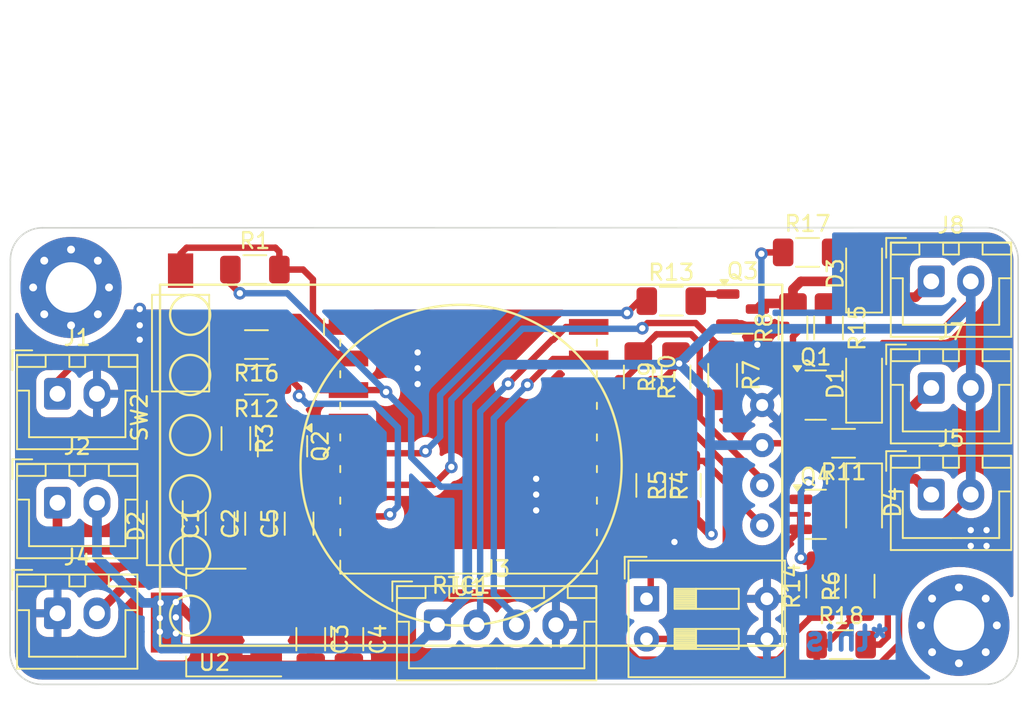
<source format=kicad_pcb>
(kicad_pcb (version 20240108) (generator "pcbnew") (generator_version "8.0")
  (layers (0 "F.Cu" signal) (31 "B.Cu" signal) (34 "B.Paste" user) (35 "F.Paste" user) (36 "B.SilkS" user "B.Silkscreen") (37 "F.SilkS" user "F.Silkscreen") (38 "B.Mask" user) (39 "F.Mask" user) (44 "Edge.Cuts" user))
  (net 0 "")
  (net 1 "+5V")
  (net 2 "GND")
  (net 3 "+3V3")
  (net 4 "/A0")
  (net 5 "/IO16")
  (net 6 "/TX")
  (net 7 "/RX")
  (net 8 "/RESET")
  (net 9 "/IO00")
  (net 10 "/IO02")
  (net 11 "/IO14")
  (net 12 "/IO13")
  (net 13 "/IO12")
  (net 14 "/IO15")
  (net 15 "/SCK")
  (net 16 "/SDA")
  (net 17 "Net-(Q1-B)")
  (net 18 "Net-(Q2-B)")
  (net 19 "Net-(Q3-B)")
  (net 20 "Net-(Q4-B)")
  (net 21 "Net-(D1-K)")
  (net 22 "Net-(D1-A)")
  (net 23 "Net-(D2-A)")
  (net 24 "Net-(D2-K)")
  (net 25 "Net-(D3-A)")
  (net 26 "Net-(D3-K)")
  (net 27 "Net-(D4-K)")
  (net 28 "Net-(D4-A)")
  (footprint "Resistor_SMD:R_1206_3216Metric_Pad1.30x1.75mm_HandSolder" (layer "F.Cu") (at 65.757 191.7814 90)
    (property "Reference" "R6")
    (property "Value" "10k")
  )
  (footprint "Resistor_SMD:R_1206_3216Metric_Pad1.30x1.75mm_HandSolder" (layer "F.Cu") (at 63.757 175.4314 -90)
    (property "Reference" "R15")
    (property "Value" "470")
  )
  (footprint "Resistor_SMD:R_1206_3216Metric_Pad1.30x1.75mm_HandSolder" (layer "F.Cu") (at 64.557 195.4814)
    (property "Reference" "R18")
    (property "Value" "470")
  )
  (footprint "MountingHole:MountingHole_3.2mm_M3_Pad_Via" (layer "F.Cu") (at 72.007 194.261761)
    (property "Reference" "REF**" (hide yes))
    (property "Value" "MountingHole_3.2mm_M3_Pad_Via" (hide yes))
  )
  (footprint "Connector_JST:JST_XH_B2B-XH-A_1x02_P2.50mm_Vertical" (layer "F.Cu") (at 14.9676 186.4977)
    (property "Reference" "J2")
    (property "Value" "SSR")
  )
  (footprint "MountingHole:MountingHole_3.2mm_M3_Pad_Via" (layer "F.Cu") (at 15.827233 172.866074)
    (property "Reference" "REF**" (hide yes))
    (property "Value" "MountingHole_3.2mm_M3_Pad_Via" (hide yes))
  )
  (footprint "Button_Switch_SMD:SW_SPST_FSMSM" (layer "F.Cu") (at 22.757 176.3914 90)
    (property "Reference" "SW2")
    (property "Value" "RESET")
  )
  (footprint "Capacitor_SMD:C_1206_3216Metric_Pad1.33x1.80mm_HandSolder" (layer "F.Cu") (at 25.257 187.8214 90)
    (property "Reference" "C1")
    (property "Value" "100n")
  )
  (footprint "Resistor_SMD:R_1206_3216Metric_Pad1.30x1.75mm_HandSolder" (layer "F.Cu") (at 53.807 173.7314)
    (property "Reference" "R13")
    (property "Value" "1k")
  )
  (footprint "Resistor_SMD:R_1206_3216Metric_Pad1.30x1.75mm_HandSolder" (layer "F.Cu") (at 26.257 182.4314 -90)
    (property "Reference" "R3")
    (property "Value" "10k")
  )
  (footprint "Package_TO_SOT_SMD:SOT-23" (layer "F.Cu") (at 62.9445 179.6814)
    (property "Reference" "Q1")
    (property "Value" "MMBT3904" (hide yes))
  )
  (footprint "Resistor_SMD:R_1206_3216Metric_Pad1.30x1.75mm_HandSolder" (layer "F.Cu") (at 63.257 191.7814 90)
    (property "Reference" "R14")
    (property "Value" "1k")
  )
  (footprint "Capacitor_SMD:C_1206_3216Metric_Pad1.33x1.80mm_HandSolder" (layer "F.Cu") (at 33.4068 195.1374 -90)
    (property "Reference" "C4")
    (property "Value" "100n")
  )
  (footprint "Resistor_SMD:R_1206_3216Metric_Pad1.30x1.75mm_HandSolder" (layer "F.Cu") (at 27.557 176.4814 180)
    (property "Reference" "R16")
    (property "Value" "470")
  )
  (footprint "Capacitor_SMD:C_1206_3216Metric_Pad1.33x1.80mm_HandSolder" (layer "F.Cu") (at 30.257 187.8214 90)
    (property "Reference" "C5")
    (property "Value" "100n")
  )
  (footprint "Resistor_SMD:R_1206_3216Metric_Pad1.30x1.75mm_HandSolder" (layer "F.Cu") (at 51.7202 178.5363 -90)
    (property "Reference" "R10")
    (property "Value" "10k")
  )
  (footprint "ESP8266:ESP-07-RF_Modules" (layer "F.Cu") (at 40.9814 180.2631)
    (property "Reference" "U1")
    (property "Value" "ESP-07")
  )
  (footprint "Connector_JST:JST_XH_B2B-XH-A_1x02_P2.50mm_Vertical" (layer "F.Cu") (at 70.257 179.2314)
    (property "Reference" "J7")
    (property "Value" "SSR")
  )
  (footprint "Connector_JST:JST_XH_B2B-XH-A_1x02_P2.50mm_Vertical" (layer "F.Cu") (at 14.9676 179.5977)
    (property "Reference" "J1")
    (property "Value" "Analog Input")
  )
  (footprint "Connector_JST:JST_XH_B2B-XH-A_1x02_P2.50mm_Vertical" (layer "F.Cu") (at 70.257 172.4814)
    (property "Reference" "J8")
    (property "Value" "SSR")
  )
  (footprint "LED_SMD:LED_1206_3216Metric_Pad1.42x1.75mm_HandSolder" (layer "F.Cu") (at 21.757 187.9939 90)
    (property "Reference" "D2")
    (property "Value" "LED")
  )
  (footprint "Connector_JST:JST_XH_B2B-XH-A_1x02_P2.50mm_Vertical" (layer "F.Cu") (at 14.9676 193.4977)
    (property "Reference" "J4")
    (property "Value" "5Vin")
  )
  (footprint "Resistor_SMD:R_1206_3216Metric_Pad1.30x1.75mm_HandSolder" (layer "F.Cu") (at 61.507 175.4314 90)
    (property "Reference" "R8")
    (property "Value" "10k")
  )
  (footprint "Package_TO_SOT_SMD:SOT-223-3_TabPin2" (layer "F.Cu") (at 25.0248 194.0829 180)
    (property "Reference" "U2")
    (property "Value" "AMS1117-3.3")
  )
  (footprint "Resistor_SMD:R_1206_3216Metric_Pad1.30x1.75mm_HandSolder" (layer "F.Cu") (at 64.707 182.7314 180)
    (property "Reference" "R11")
    (property "Value" "10k")
  )
  (footprint "LED_SMD:LED_1206_3216Metric_Pad1.42x1.75mm_HandSolder" (layer "F.Cu") (at 66.007 171.9939 90)
    (property "Reference" "D3")
    (property "Value" "LED")
  )
  (footprint "Connector_JST:JST_XH_B4B-XH-A_1x04_P2.50mm_Vertical" (layer "F.Cu") (at 39.007 194.2314)
    (property "Reference" "J3")
    (property "Value" "Serial")
  )
  (footprint "megasaturnv_custom_components:RTC_DS3231" (layer "F.Cu") (at 21.457 172.6914)
    (property "Reference" "RTC1")
    (property "Value" "RTC_DS3231")
  )
  (footprint "Resistor_SMD:R_1206_3216Metric_Pad1.30x1.75mm_HandSolder" (layer "F.Cu") (at 54.1078 178.5375 90)
    (property "Reference" "R9")
    (property "Value" "10k")
  )
  (footprint "Package_TO_SOT_SMD:SOT-23" (layer "F.Cu") (at 62.9445 187.2314)
    (property "Reference" "Q4")
    (property "Value" "MMBT3904" (hide yes))
  )
  (footprint "Resistor_SMD:R_1206_3216Metric_Pad1.30x1.75mm_HandSolder" (layer "F.Cu") (at 62.435036 170.645206)
    (property "Reference" "R17")
    (property "Value" "470")
  )
  (footprint "Resistor_SMD:R_1206_3216Metric_Pad1.30x1.75mm_HandSolder" (layer "F.Cu") (at 27.457 171.7314)
    (property "Reference" "R1")
    (property "Value" "10k")
  )
  (footprint "Connector_JST:JST_XH_B2B-XH-A_1x02_P2.50mm_Vertical" (layer "F.Cu") (at 70.257 185.9814)
    (property "Reference" "J5")
    (property "Value" "SSR")
  )
  (footprint "Capacitor_SMD:C_1206_3216Metric_Pad1.33x1.80mm_HandSolder" (layer "F.Cu") (at 30.9938 195.1374 -90)
    (property "Reference" "C3")
    (property "Value" "1u")
  )
  (footprint "LED_SMD:LED_1206_3216Metric_Pad1.42x1.75mm_HandSolder" (layer "F.Cu") (at 66.007 186.4689 -90)
    (property "Reference" "D4")
    (property "Value" "LED")
  )
  (footprint "Resistor_SMD:R_1206_3216Metric_Pad1.30x1.75mm_HandSolder" (layer "F.Cu") (at 27.557 178.7314 180)
    (property "Reference" "R12")
    (property "Value" "1k")
  )
  (footprint "Resistor_SMD:R_1206_3216Metric_Pad1.30x1.75mm_HandSolder" (layer "F.Cu") (at 52.507 185.3967 -90)
    (property "Reference" "R4")
    (property "Value" "4.7k")
  )
  (footprint "Resistor_SMD:R_1206_3216Metric_Pad1.30x1.75mm_HandSolder" (layer "F.Cu") (at 57.057 178.4314 -90)
    (property "Reference" "R7")
    (property "Value" "1k")
  )
  (footprint "Resistor_SMD:R_1206_3216Metric_Pad1.30x1.75mm_HandSolder" (layer "F.Cu") (at 54.757 185.3967 90)
    (property "Reference" "R5")
    (property "Value" "4.7k")
  )
  (footprint "Capacitor_SMD:C_1206_3216Metric_Pad1.33x1.80mm_HandSolder" (layer "F.Cu") (at 27.757 187.8214 90)
    (property "Reference" "C2")
    (property "Value" "10u")
  )
  (footprint "Button_Switch_THT:SW_DIP_SPSTx02_Slide_9.78x7.26mm_W7.62mm_P2.54mm" (layer "F.Cu") (at 52.2395 192.5814)
    (property "Reference" "SW1" (hide yes))
    (property "Value" "Boot Mode")
  )
  (footprint "Package_TO_SOT_SMD:SOT-23" (layer "F.Cu") (at 58.3195 174.2314)
    (property "Reference" "Q3")
    (property "Value" "MMBT3904" (hide yes))
  )
  (footprint "LED_SMD:LED_1206_3216Metric_Pad1.42x1.75mm_HandSolder" (layer "F.Cu") (at 66.007 178.9689 90)
    (property "Reference" "D1")
    (property "Value" "LED")
  )
  (footprint "Package_TO_SOT_SMD:SOT-23" (layer "F.Cu") (at 29.207 182.9189 -90)
    (property "Reference" "Q2")
    (property "Value" "MMBT3904")
  )
  (gr_line (start 75.758079 195.960859) (end 75.75592 171.1047) (stroke (width 0.1)) (layer "Edge.Cuts"))
  (gr_line (start 73.726079 197.992859) (end 13.997933 198.001397) (stroke (width 0.1)) (layer "Edge.Cuts"))
  (gr_line (start 11.987362 171.121063) (end 11.965933 195.969397) (stroke (width 0.1)) (layer "Edge.Cuts"))
  (gr_line (start 73.72392 169.0727) (end 14.019362 169.089063) (stroke (width 0.1)) (layer "Edge.Cuts"))
  (gr_arc (start 73.72392 169.0727) (mid 75.160748 169.667866) (end 75.75592 171.1047) (stroke (width 0.1)) (layer "Edge.Cuts"))
  (gr_arc (start 11.987362 171.121063) (mid 12.582521 169.684223) (end 14.019362 169.089063) (stroke (width 0.1)) (layer "Edge.Cuts"))
  (gr_arc (start 13.997933 198.001397) (mid 12.561092 197.406238) (end 11.965933 195.969397) (stroke (width 0.1)) (layer "Edge.Cuts"))
  (gr_arc (start 75.758079 195.960859) (mid 75.162933 197.397719) (end 73.726079 197.992859) (stroke (width 0.1)) (layer "Edge.Cuts"))
  (gr_text "*this\n" (at 67.757 195.9814 0) (layer "B.Cu") (effects (font (size 1.5 1.5) (thickness 0.3) (bold yes)) (justify left bottom mirror)))
  (segment (start 28.1748 189.8017) (end 27.757 189.3839) (width 0.6096) (layer "F.Cu") (net 1))
  (segment (start 25.6712 191.7829) (end 25.4616 191.5733) (width 0.6096) (layer "F.Cu") (net 1))
  (segment (start 27.757 189.3839) (end 25.257 189.3839) (width 0.6096) (layer "F.Cu") (net 1))
  (segment (start 28.1748 191.7829) (end 25.6712 191.7829) (width 0.6096) (layer "F.Cu") (net 1))
  (segment (start 19.392 191.5733) (end 17.4676 193.4977) (width 0.6096) (layer "F.Cu") (net 1))
  (segment (start 28.1748 191.7829) (end 28.1748 189.8017) (width 0.6096) (layer "F.Cu") (net 1))
  (segment (start 25.4616 191.5733) (end 19.392 191.5733) (width 0.6096) (layer "F.Cu") (net 1))
  (segment (start 57.382 175.1814) (end 57.9474 175.1814) (width 0.4064) (layer "F.Cu") (net 2))
  (segment (start 28.4918 196.6999) (end 28.1748 196.3829) (width 0.4064) (layer "F.Cu") (net 2))
  (segment (start 62.007 188.1814) (end 60.457 189.7314) (width 0.4064) (layer "F.Cu") (net 2))
  (segment (start 60.457 189.7314) (end 60.007 189.7314) (width 0.4064) (layer "F.Cu") (net 2))
  (segment (start 30.9938 196.6999) (end 28.4918 196.6999) (width 0.4064) (layer "F.Cu") (net 2))
  (segment (start 57.9474 175.1814) (end 59.257 176.491) (width 0.4064) (layer "F.Cu") (net 2))
  (segment (start 17.8154 179.2499) (end 17.4676 179.5977) (width 0.4064) (layer "F.Cu") (net 2))
  (via (at 37.757 176.9814) (size 0.8) (drill 0.4) (layers "F.Cu" "B.Cu") (net 2))
  (via (at 72.757 188.2314) (size 0.8) (drill 0.4) (layers "F.Cu" "B.Cu") (net 2))
  (via (at 59.257 176.491) (size 0.8) (drill 0.4) (layers "F.Cu" "B.Cu") (net 2))
  (via (at 54.007 188.9814) (size 0.8) (drill 0.4) (layers "F.Cu" "B.Cu") (net 2))
  (via (at 72.757 189.2314) (size 0.8) (drill 0.4) (layers "F.Cu" "B.Cu") (net 2))
  (via (at 37.757 177.9814) (size 0.8) (drill 0.4) (layers "F.Cu" "B.Cu") (net 2))
  (via (at 73.757 188.2314) (size 0.8) (drill 0.4) (layers "F.Cu" "B.Cu") (net 2))
  (via (at 20.1734 174.2314) (size 0.8) (drill 0.4) (layers "F.Cu" "B.Cu") (net 2))
  (via (at 73.757 189.2314) (size 0.8) (drill 0.4) (layers "F.Cu" "B.Cu") (net 2))
  (via (at 20.1734 175.2615) (size 0.8) (drill 0.4) (layers "F.Cu" "B.Cu") (net 2))
  (via (at 45.257 186.9814) (size 0.8) (drill 0.4) (layers "F.Cu" "B.Cu") (net 2))
  (via (at 20.1734 176.1759) (size 0.8) (drill 0.4) (layers "F.Cu" "B.Cu") (net 2))
  (via (at 45.257 184.9814) (size 0.8) (drill 0.4) (layers "F.Cu" "B.Cu") (net 2))
  (via (at 45.257 185.9814) (size 0.8) (drill 0.4) (layers "F.Cu" "B.Cu") (net 2))
  (via (at 37.757 178.9814) (size 0.8) (drill 0.4) (layers "F.Cu" "B.Cu") (net 2))
  (segment (start 30.257 176.4814) (end 29.107 176.4814) (width 0.4064) (layer "F.Cu") (net 3))
  (segment (start 56.349 188.4814) (end 56.2917 188.4814) (width 0.6096) (layer "F.Cu") (net 3))
  (segment (start 52.507 184.7314) (end 53.007 185.2314) (width 0.4064) (layer "F.Cu") (net 3))
  (segment (start 51.7202 179.4767) (end 52.533 178.6639) (width 0.4064) (layer "F.Cu") (net 3))
  (segment (start 51.7202 180.0863) (end 51.7202 179.4767) (width 0.4064) (layer "F.Cu") (net 3))
  (segment (start 65.757 193.3314) (end 63.607 195.4814) (width 0.4064) (layer "F.Cu") (net 3))
  (segment (start 71.007 175.4814) (end 72.757 173.7314) (width 0.4064) (layer "F.Cu") (net 3))
  (segment (start 54.307 177.1867) (end 54.1078 176.9875) (width 0.4064) (layer "F.Cu") (net 3))
  (segment (start 31.257 177.4814) (end 30.257 176.4814) (width 0.4064) (layer "F.Cu") (net 3))
  (segment (start 33.3814 179.3631) (end 31.6387 179.3631) (width 0.4064) (layer "F.Cu") (net 3))
  (segment (start 59.593194 170.645206) (end 59.507 170.7314) (width 0.4064) (layer "F.Cu") (net 3))
  (segment (start 68.2182 195.4741) (end 68.2182 190.5202) (width 0.4064) (layer "F.Cu") (net 3))
  (segment (start 30.0794 193.5749) (end 29.5714 194.0829) (width 0.6096) (layer "F.Cu") (net 3))
  (segment (start 53.295 178.6639) (end 54.1078 177.8511) (width 0.4064) (layer "F.Cu") (net 3))
  (segment (start 30.257 189.3839) (end 30.2702 189.3707) (width 0.6096) (layer "F.Cu") (net 3))
  (segment (start 61.507 176.9814) (end 61.507 175.9814) (width 0.4064) (layer "F.Cu") (net 3))
  (segment (start 30.9938 193.5749) (end 30.0794 193.5749) (width 0.6096) (layer "F.Cu") (net 3))
  (segment (start 63.607 195.4814) (end 63.007 195.4814) (width 0.4064) (layer "F.Cu") (net 3))
  (segment (start 66.7109 196.9814) (end 68.2182 195.4741) (width 0.4064) (layer "F.Cu") (net 3))
  (segment (start 72.757 173.7314) (end 72.757 172.4814) (width 0.4064) (layer "F.Cu") (net 3))
  (segment (start 30.257 191.7967) (end 30.257 189.3839) (width 0.6096) (layer "F.Cu") (net 3))
  (segment (start 62.007 175.4814) (end 63.757 175.4814) (width 0.4064) (layer "F.Cu") (net 3))
  (segment (start 28.1748 194.0829) (end 29.5714 194.0829) (width 0.6096) (layer "F.Cu") (net 3))
  (segment (start 54.007 185.2314) (end 54.757 185.9814) (width 0.4064) (layer "F.Cu") (net 3))
  (segment (start 30.9938 192.5335) (end 30.257 191.7967) (width 0.6096) (layer "F.Cu") (net 3))
  (segment (start 59.677 182.7314) (end 59.557 182.8514) (width 0.4064) (layer "F.Cu") (net 3))
  (segment (start 54.8143 186.9467) (end 54.1078 186.9467) (width 0.4064) (layer "F.Cu") (net 3))
  (segment (start 56.2917 188.4814) (end 54.757 186.9467) (width 0.6096) (layer "F.Cu") (net 3))
  (segment (start 30.2702 189.3707) (end 33.3814 189.3707) (width 0.6096) (layer "F.Cu") (net 3))
  (segment (start 35.6387 179.3631) (end 35.757 179.4814) (width 0.4064) (layer "F.Cu") (net 3))
  (segment (start 23.7548 194.0829) (end 22.4594 192.7875) (width 0.6096) (layer "F.Cu") (net 3))
  (segment (start 25.907 171.7314) (end 25.907 172.6314) (width 0.4064) (layer "F.Cu") (net 3))
  (segment (start 53.007 185.2314) (end 54.007 185.2314) (width 0.4064) (layer "F.Cu") (net 3))
  (segment (start 25.907 172.6314) (end 26.507 173.2314) (width 0.4064) (layer "F.Cu") (net 3))
  (segment (start 33.4068 193.5749) (end 30.9938 193.5749) (width 0.6096) (layer "F.Cu") (net 3))
  (segment (start 52.507 183.8467) (end 52.507 184.7314) (width 0.4064) (layer "F.Cu") (net 3))
  (segment (start 63.757 175.4814) (end 71.007 175.4814) (width 0.4064) (layer "F.Cu") (net 3))
  (segment (start 52.533 178.6639) (end 53.295 178.6639) (width 0.4064) (layer "F.Cu") (net 3))
  (segment (start 54.307 177.6814) (end 54.307 177.1867) (width 0.4064) (layer "F.Cu") (net 3))
  (segment (start 63.157 182.7314) (end 59.677 182.7314) (width 0.4064) (layer "F.Cu") (net 3))
  (segment (start 31.6387 179.3631) (end 31.257 178.9814) (width 0.4064) (layer "F.Cu") (net 3))
  (segment (start 30.9938 193.5749) (end 30.9938 192.5335) (width 0.6096) (layer "F.Cu") (net 3))
  (segment (start 54.1078 177.8511) (end 54.1078 176.9875) (width 0.4064) (layer "F.Cu") (net 3))
  (segment (start 33.4068 193.5749) (end 32.0352 193.5749) (width 0.6096) (layer "F.Cu") (net 3))
  (segment (start 63.757 173.8814) (end 63.757 175.4814) (width 0.4064) (layer "F.Cu") (net 3))
  (segment (start 68.2182 190.5202) (end 72.757 185.9814) (width 0.4064) (layer "F.Cu") (net 3))
  (segment (start 28.1748 194.0829) (end 23.7548 194.0829) (width 0.6096) (layer "F.Cu") (net 3))
  (segment (start 54.757 185.9814) (end 54.757 186.9467) (width 0.4064) (layer "F.Cu") (net 3))
  (segment (start 60.885036 170.645206) (end 59.593194 170.645206) (width 0.4064) (layer "F.Cu") (net 3))
  (segment (start 63.007 196.4814) (end 63.507 196.9814) (width 0.4064) (layer "F.Cu") (net 3))
  (segment (start 31.257 178.9814) (end 31.257 177.4814) (width 0.4064) (layer "F.Cu") (net 3))
  (segment (start 61.507 175.9814) (end 62.007 175.4814) (width 0.4064) (layer "F.Cu") (net 3))
  (segment (start 32.0352 193.5749) (end 30.9938 192.5335) (width 0.6096) (layer "F.Cu") (net 3))
  (segment (start 63.007 195.4814) (end 63.007 196.4814) (width 0.4064) (layer "F.Cu") (net 3))
  (segment (start 33.3814 179.3631) (end 35.6387 179.3631) (width 0.4064) (layer "F.Cu") (net 3))
  (segment (start 63.507 196.9814) (end 66.7109 196.9814) (width 0.4064) (layer "F.Cu") (net 3))
  (via (at 54.307 177.6814) (size 0.8) (drill 0.4) (layers "F.Cu" "B.Cu") (net 3))
  (via (at 59.507 170.7314) (size 0.8) (drill 0.4) (layers "F.Cu" "B.Cu") (net 3))
  (via (at 22.4594 194.7687) (size 0.8) (drill 0.4) (layers "F.Cu" "B.Cu") (net 3))
  (via (at 26.507 173.2314) (size 0.8) (drill 0.4) (layers "F.Cu" "B.Cu") (net 3))
  (via (at 21.4434 193.8035) (size 0.8) (drill 0.4) (layers "F.Cu" "B.Cu") (net 3))
  (via (at 56.349 188.4814) (size 0.8) (drill 0.4) (layers "F.Cu" "B.Cu") (net 3))
  (via (at 22.4594 193.7527) (size 0.8) (drill 0.4) (layers "F.Cu" "B.Cu") (net 3))
  (via (at 35.757 179.4814) (size 0.8) (drill 0.4) (layers "F.Cu" "B.Cu") (net 3))
  (via (at 21.4434 194.6671) (size 0.8) (drill 0.4) (layers "F.Cu" "B.Cu") (net 3))
  (via (at 22.4594 192.7875) (size 0.8) (drill 0.4) (layers "F.Cu" "B.Cu") (net 3))
  (via (at 21.4942 192.8383) (size 0.8) (drill 0.4) (layers "F.Cu" "B.Cu") (net 3))
  (segment (start 22.4594 194.7687) (end 22.4594 195.4291) (width 0.6096) (layer "B.Cu") (net 3))
  (segment (start 37.349 181.0734) (end 37.349 183.607506) (width 0.4064) (layer "B.Cu") (net 3))
  (segment (start 59.757 175.4814) (end 56.507 175.4814) (width 0.6096) (layer "B.Cu") (net 3))
  (segment (start 22.5102 192.8383) (end 22.5102 193.7019) (width 0.6096) (layer "B.Cu") (net 3))
  (segment (start 39.007 194.2314) (end 37.5045 195.7339) (width 0.6096) (layer "B.Cu") (net 3))
  (segment (start 20.3639 192.8383) (end 17.4676 189.942) (width 0.6096) (layer "B.Cu") (net 3))
  (segment (start 54.2377 177.7507) (end 43.267903 177.7507) (width 0.6096) (layer "B.Cu") (net 3))
  (segment (start 22.4594 195.4291) (end 22.7642 195.7339) (width 0.6096) (layer "B.Cu") (net 3))
  (segment (start 21.291 193.6511) (end 21.291 192.6859) (width 0.6096) (layer "B.Cu") (net 3))
  (segment (start 29.507 173.2314) (end 35.757 179.4814) (width 0.4064) (layer "B.Cu") (net 3))
  (segment (start 22.4594 192.7875) (end 22.5102 192.8383) (width 0.6096) (layer "B.Cu") (net 3))
  (segment (start 40.8998 192.3386) (end 39.007 194.2314) (width 0.6096) (layer "B.Cu") (net 3))
  (segment (start 21.9006 192.6859) (end 21.9006 194.8195) (width 0.6096) (layer "B.Cu") (net 3))
  (segment (start 72.757 185.9814) (end 72.757 179.2314) (width 0.6096) (layer "B.Cu") (net 3))
  (segment (start 21.9006 192.6859) (end 22.5102 192.6859) (width 0.6096) (layer "B.Cu") (net 3))
  (segment (start 56.507 175.4814) (end 54.307 177.6814) (width 0.6096) (layer "B.Cu") (net 3))
  (segment (start 43.267903 177.7507) (end 40.8998 180.118803) (width 0.6096) (layer "B.Cu") (net 3))
  (segment (start 21.3418 192.6859) (end 21.4942 192.8383) (width 0.6096) (layer "B.Cu") (net 3))
  (segment (start 56.349 188.4814) (end 56.257 188.3894) (width 0.6096) (layer "B.Cu") (net 3))
  (segment (start 59.507 170.7314) (end 59.507 175.2314) (width 0.4064) (layer "B.Cu") (net 3))
  (segment (start 56.257 179.6314) (end 54.307 177.6814) (width 0.6096) (layer "B.Cu") (net 3))
  (segment (start 21.4434 193.8035) (end 21.291 193.6511) (width 0.6096) (layer "B.Cu") (net 3))
  (segment (start 22.5102 194.7179) (end 22.4594 194.7687) (width 0.6096) (layer "B.Cu") (net 3))
  (segment (start 59.507 175.2314) (end 59.757 175.4814) (width 0.4064) (layer "B.Cu") (net 3))
  (segment (start 22.4594 193.7527) (end 22.5102 193.8035) (width 0.6096) (layer "B.Cu") (net 3))
  (segment (start 21.4942 192.8383) (end 21.6466 192.6859) (width 0.6096) (layer "B.Cu") (net 3))
  (segment (start 37.5045 195.7339) (end 22.7642 195.7339) (width 0.6096) (layer "B.Cu") (net 3))
  (segment (start 72.757 173.9814) (end 72.757 172.4814) (width 0.6096) (layer "B.Cu") (net 3))
  (segment (start 40.8998 180.118803) (end 40.8998 185.4814) (width 0.6096) (layer "B.Cu") (net 3))
  (segment (start 72.757 173.9814) (end 71.257 175.4814) (width 0.6096) (layer "B.Cu") (net 3))
  (segment (start 21.6466 192.6859) (end 21.9006 192.6859) (width 0.6096) (layer "B.Cu") (net 3))
  (segment (start 59.557 182.8514) (end 56.257 182.8514) (width 0.6096) (layer "B.Cu") (net 3))
  (segment (start 17.4676 189.942) (end 17.4676 186.4977) (width 0.6096) (layer "B.Cu") (net 3))
  (segment (start 26.507 173.2314) (end 29.507 173.2314) (width 0.4064) (layer "B.Cu") (net 3))
  (segment (start 21.291 193.9559) (end 21.4434 193.8035) (width 0.6096) (layer "B.Cu") (net 3))
  (segment (start 22.5102 194.8195) (end 22.5102 194.8703) (width 0.6096) (layer "B.Cu") (net 3))
  (segment (start 22.4594 194.7687) (end 22.5102 194.8195) (width 0.6096) (layer "B.Cu") (net 3))
  (segment (start 56.257 188.3894) (end 56.257 179.6314) (width 0.6096) (layer "B.Cu") (net 3))
  (segment (start 22.5102 193.8035) (end 22.5102 194.7179) (width 0.6096) (layer "B.Cu") (net 3))
  (segment (start 71.257 175.4814) (end 59.757 175.4814) (width 0.6096) (layer "B.Cu") (net 3))
  (segment (start 21.545 195.7339) (end 21.291 195.4799) (width 0.6096) (layer "B.Cu") (net 3))
  (segment (start 37.349 183.607506) (end 39.222894 185.4814) (width 0.4064) (layer "B.Cu") (net 3))
  (segment (start 22.5102 192.6859) (end 22.5102 192.7367) (width 0.6096) (layer "B.Cu") (net 3))
  (segment (start 21.291 195.4799) (end 21.291 194.8195) (width 0.6096) (layer "B.Cu") (net 3))
  (segment (start 35.757 179.4814) (end 37.349 181.0734) (width 0.4064) (layer "B.Cu") (net 3))
  (segment (start 21.291 194.8195) (end 21.4434 194.6671) (width 0.6096) (layer "B.Cu") (net 3))
  (segment (start 54.307 177.6814) (end 54.2377 177.7507) (width 0.6096) (layer "B.Cu") (net 3))
  (segment (start 21.4434 194.6671) (end 21.291 194.5147) (width 0.6096) (layer "B.Cu") (net 3))
  (segment (start 40.8998 185.4814) (end 40.8998 192.3386) (width 0.6096) (layer "B.Cu") (net 3))
  (segment (start 39.222894 185.4814) (end 40.8998 185.4814) (width 0.4064) (layer "B.Cu") (net 3))
  (segment (start 22.5102 193.7019) (end 22.4594 193.7527) (width 0.6096) (layer "B.Cu") (net 3))
  (segment (start 22.5102 192.7367) (end 22.4594 192.7875) (width 0.6096) (layer "B.Cu") (net 3))
  (segment (start 72.757 179.2314) (end 72.757 173.9814) (width 0.6096) (layer "B.Cu") (net 3))
  (segment (start 21.291 194.5147) (end 21.291 193.9559) (width 0.6096) (layer "B.Cu") (net 3))
  (segment (start 21.291 192.6859) (end 21.3418 192.6859) (width 0.6096) (layer "B.Cu") (net 3))
  (segment (start 22.7642 195.7339) (end 21.545 195.7339) (width 0.6096) (layer "B.Cu") (net 3))
  (segment (start 21.4942 192.8383) (end 20.3639 192.8383) (width 0.6096) (layer "B.Cu") (net 3))
  (segment (start 33.3814 177.3707) (end 32.890512 177.3707) (width 0.4064) (layer "F.Cu") (net 4))
  (segment (start 30.251212 174.7314) (end 22.902006 174.7314) (width 0.4064) (layer "F.Cu") (net 4))
  (segment (start 32.890512 177.3707) (end 30.251212 174.7314) (width 0.4064) (layer "F.Cu") (net 4))
  (segment (start 22.902006 174.7314) (end 20.549506 177.0839) (width 0.4064) (layer "F.Cu") (net 4))
  (segment (start 16.6545 177.0839) (end 14.9676 178.7708) (width 0.4064) (layer "F.Cu") (net 4))
  (segment (start 14.9676 178.7708) (end 14.9676 179.5977) (width 0.4064) (layer "F.Cu") (net 4))
  (segment (start 20.549506 177.0839) (end 16.6545 177.0839) (width 0.4064) (layer "F.Cu") (net 4))
  (segment (start 47.1406 175.3707) (end 48.5814 175.3707) (width 0.4064) (layer "F.Cu") (net 6))
  (segment (start 46.3354 176.1759) (end 46.270494 176.1759) (width 0.4064) (layer "F.Cu") (net 6))
  (segment (start 46.3354 176.1759) (end 47.1406 175.3707) (width 0.4064) (layer "F.Cu") (net 6))
  (segment (start 46.270494 176.1759) (end 43.483547 178.962847) (width 0.4064) (layer "F.Cu") (net 6))
  (via (at 43.483547 178.962847) (size 0.8) (drill 0.4) (layers "F.Cu" "B.Cu") (net 6))
  (segment (start 43.483547 178.962847) (end 41.7126 180.733794) (width 0.4064) (layer "B.Cu") (net 6))
  (segment (start 41.7126 194.0258) (end 41.507 194.2314) (width 0.4064) (layer "B.Cu") (net 6))
  (segment (start 41.7126 180.733794) (end 41.7126 194.0258) (width 0.4064) (layer "B.Cu") (net 6))
  (segment (start 48.557 177.3951) (end 48.5814 177.3707) (width 0.4064) (layer "F.Cu") (net 7))
  (segment (start 44.7029 179.0276) (end 44.702193 179.0276) (width 0.4064) (layer "F.Cu") (net 7))
  (segment (start 46.3354 177.3951) (end 44.7029 179.0276) (width 0.4064) (layer "F.Cu") (net 7))
  (segment (start 46.3354 177.3951) (end 48.557 177.3951) (width 0.4064) (layer "F.Cu") (net 7))
  (via (at 44.702193 179.0276) (size 0.8) (drill 0.4) (layers "F.Cu" "B.Cu") (net 7))
  (segment (start 42.5762 192.3006) (end 42.5762 181.1543) (width 0.4064) (layer "B.Cu") (net 7))
  (segment (start 42.5762 181.1543) (end 44.702193 179.028307) (width 0.4064) (layer "B.Cu") (net 7))
  (segment (start 44.007 194.2314) (end 44.007 193.7314) (width 0.4064) (layer "B.Cu") (net 7))
  (segment (start 44.007 193.7314) (end 42.5762 192.3006) (width 0.4064) (layer "B.Cu") (net 7))
  (segment (start 44.702193 179.028307) (end 44.702193 179.0276) (width 0.4064) (layer "B.Cu") (net 7))
  (segment (start 31.8963 175.3707) (end 33.3814 175.3707) (width 0.4064) (layer "F.Cu") (net 8))
  (segment (start 29.007 170.5984) (end 28.757 170.3484) (width 0.4064) (layer "F.Cu") (net 8))
  (segment (start 29.007 171.7314) (end 29.007 170.5984) (width 0.4064) (layer "F.Cu") (net 8))
  (segment (start 22.757 170.7314) (end 22.757 171.8014) (width 0.4064) (layer "F.Cu") (net 8))
  (segment (start 31.132 174.6064) (end 31.8963 175.3707) (width 0.4064) (layer "F.Cu") (net 8))
  (segment (start 23.14 170.3484) (end 22.757 170.7314) (width 0.4064) (layer "F.Cu") (net 8))
  (segment (start 28.757 170.3484) (end 23.14 170.3484) (width 0.4064) (layer "F.Cu") (net 8))
  (segment (start 30.507 171.7314) (end 31.132 172.3564) (width 0.4064) (layer "F.Cu") (net 8))
  (segment (start 31.132 172.3564) (end 31.132 174.6064) (width 0.4064) (layer "F.Cu") (net 8))
  (segment (start 29.007 171.7314) (end 30.507 171.7314) (width 0.4064) (layer "F.Cu") (net 8))
  (segment (start 57.257 185.237188) (end 55.866512 183.8467) (width 0.4064) (layer "F.Cu") (net 9))
  (segment (start 53.9643 182.6887) (end 50.6026 182.6887) (width 0.4064) (layer "F.Cu") (net 9))
  (segment (start 50.6026 182.7291) (end 49.961 183.3707) (width 0.4064) (layer "F.Cu") (net 9))
  (segment (start 50.6026 182.6887) (end 50.6026 182.7291) (width 0.4064) (layer "F.Cu") (net 9))
  (segment (start 52.2395 195.1214) (end 55.117 195.1214) (width 0.4064) (layer "F.Cu") (net 9))
  (segment (start 49.961 183.3707) (end 48.5814 183.3707) (width 0.4064) (layer "F.Cu") (net 9))
  (segment (start 55.866512 183.8467) (end 55.1223 183.8467) (width 0.4064) (layer "F.Cu") (net 9))
  (segment (start 55.117 195.1214) (end 57.257 192.9814) (width 0.4064) (layer "F.Cu") (net 9))
  (segment (start 55.1223 183.8467) (end 53.9643 182.6887) (width 0.4064) (layer "F.Cu") (net 9))
  (segment (start 57.257 192.9814) (end 57.257 185.237188) (width 0.4064) (layer "F.Cu") (net 9))
  (segment (start 52.2346 192.5765) (end 52.2395 192.5814) (width 0.4064) (layer "F.Cu") (net 10))
  (segment (start 52.507 186.9467) (end 52.507 192.3139) (width 0.4064) (layer "F.Cu") (net 10))
  (segment (start 52.507 192.3139) (end 52.2395 192.5814) (width 0.4064) (layer "F.Cu") (net 10))
  (segment (start 50.9234 185.3631) (end 52.507 186.9467) (width 0.4064) (layer "F.Cu") (net 10))
  (segment (start 48.5814 185.3631) (end 50.9234 185.3631) (width 0.4064) (layer "F.Cu") (net 10))
  (segment (start 51.757 173.7314) (end 51.007 174.4814) (width 0.4064) (layer "F.Cu") (net 11))
  (segment (start 33.3814 183.3631) (end 38.1253 183.3631) (width 0.4064) (layer "F.Cu") (net 11))
  (segment (start 52.257 173.7314) (end 51.757 173.7314) (width 0.4064) (layer "F.Cu") (net 11))
  (segment (start 38.1253 183.3631) (end 38.257 183.2314) (width 0.4064) (layer "F.Cu") (net 11))
  (via (at 38.257 183.2314) (size 0.8) (drill 0.4) (layers "F.Cu" "B.Cu") (net 11))
  (via (at 51.007 174.4814) (size 0.8) (drill 0.4) (layers "F.Cu" "B.Cu") (net 11))
  (segment (start 44.381943 174.4814) (end 39.179 179.684343) (width 0.4064) (layer "B.Cu") (net 11))
  (segment (start 38.257 183.2314) (end 38.382 183.1064) (width 0.4064) (layer "B.Cu") (net 11))
  (segment (start 51.007 174.4814) (end 44.381943 174.4814) (width 0.4064) (layer "B.Cu") (net 11))
  (segment (start 39.179 179.684343) (end 39.179 182.3094) (width 0.4064) (layer "B.Cu") (net 11))
  (segment (start 39.179 182.3094) (end 38.257 183.2314) (width 0.4064) (layer "B.Cu") (net 11))
  (segment (start 33.3814 187.3631) (end 35.8753 187.3631) (width 0.4064) (layer "F.Cu") (net 12))
  (segment (start 30.257 179.2314) (end 29.507 178.4814) (width 0.4064) (layer "F.Cu") (net 12))
  (segment (start 30.257 179.7314) (end 30.257 179.2314) (width 0.4064) (layer "F.Cu") (net 12))
  (segment (start 35.8753 187.3631) (end 36.007 187.2314) (width 0.4064) (layer "F.Cu") (net 12))
  (via (at 30.257 179.7314) (size 0.8) (drill 0.4) (layers "F.Cu" "B.Cu") (net 12))
  (via (at 36.007 187.2314) (size 0.8) (drill 0.4) (layers "F.Cu" "B.Cu") (net 12))
  (segment (start 36.507 186.7314) (end 36.507 181.7314) (width 0.4064) (layer "B.Cu") (net 12))
  (segment (start 36.507 181.7314) (end 35.007 180.2314) (width 0.4064) (layer "B.Cu") (net 12))
  (segment (start 35.007 180.2314) (end 30.757 180.2314) (width 0.4064) (layer "B.Cu") (net 12))
  (segment (start 36.007 187.2314) (end 36.507 186.7314) (width 0.4064) (layer "B.Cu") (net 12))
  (segment (start 30.757 180.2314) (end 30.257 179.7314) (width 0.4064) (layer "B.Cu") (net 12))
  (segment (start 39.8902 184.2314) (end 38.7585 185.3631) (width 0.4064) (layer "F.Cu") (net 13))
  (segment (start 52.304094 175.1183) (end 55.349689 175.1183) (width 0.4064) (layer "F.Cu") (net 13))
  (segment (start 55.349689 175.1183) (end 57.057 176.825611) (width 0.4064) (layer "F.Cu") (net 13))
  (segment (start 38.7585 185.3631) (end 33.3814 185.3631) (width 0.4064) (layer "F.Cu") (net 13))
  (segment (start 57.057 176.825611) (end 57.057 176.8814) (width 0.4064) (layer "F.Cu") (net 13))
  (segment (start 51.973997 175.448397) (end 52.304094 175.1183) (width 0.4064) (layer "F.Cu") (net 13))
  (via (at 51.973997 175.448397) (size 0.8) (drill 0.4) (layers "F.Cu" "B.Cu") (net 13))
  (via (at 39.8902 184.2314) (size 0.8) (drill 0.4) (layers "F.Cu" "B.Cu") (net 13))
  (segment (start 39.8902 179.978931) (end 39.8902 184.2314) (width 0.4064) (layer "B.Cu") (net 13))
  (segment (start 51.973997 175.448397) (end 51.940994 175.4814) (width 0.4064) (layer "B.Cu") (net 13))
  (segment (start 51.940994 175.4814) (end 44.387731 175.4814) (width 0.4064) (layer "B.Cu") (net 13))
  (segment (start 44.387731 175.4814) (end 39.8902 179.978931) (width 0.4064) (layer "B.Cu") (net 13))
  (segment (start 50.757 195.488692) (end 51.697708 196.4294) (width 0.4064) (layer "F.Cu") (net 14))
  (segment (start 60.559 196.4294) (end 61.507 195.4814) (width 0.4064) (layer "F.Cu") (net 14))
  (segment (start 63.0531 193.3314) (end 63.257 193.3314) (width 0.4064) (layer "F.Cu") (net 14))
  (segment (start 51.697708 196.4294) (end 60.559 196.4294) (width 0.4064) (layer "F.Cu") (net 14))
  (segment (start 48.5814 187.3631) (end 50.1387 187.3631) (width 0.4064) (layer "F.Cu") (net 14))
  (segment (start 61.507 195.4814) (end 61.507 194.8775) (width 0.4064) (layer "F.Cu") (net 14))
  (segment (start 61.507 194.8775) (end 63.0531 193.3314) (width 0.4064) (layer "F.Cu") (net 14))
  (segment (start 50.1387 187.3631) (end 50.757 187.9814) (width 0.4064) (layer "F.Cu") (net 14))
  (segment (start 50.757 187.9814) (end 50.757 195.488692) (width 0.4064) (layer "F.Cu") (net 14))
  (segment (start 55.607 176.3814) (end 55.0551 175.8295) (width 0.4064) (layer "F.Cu") (net 15))
  (segment (start 59.557 185.0314) (end 55.607 181.0814) (width 0.4064) (layer "F.Cu") (net 15))
  (segment (start 50.4502 178.6143) (end 49.6938 179.3707) (width 0.4064) (layer "F.Cu") (net 15))
  (segment (start 55.0551 175.8295) (end 52.877 175.8295) (width 0.4064) (layer "F.Cu") (net 15))
  (segment (start 50.9074 178.6143) (end 50.4502 178.6143) (width 0.4064) (layer "F.Cu") (net 15))
  (segment (start 49.6938 179.3707) (end 48.5814 179.3707) (width 0.4064) (layer "F.Cu") (net 15))
  (segment (start 51.7202 177.8015) (end 50.9074 178.6143) (width 0.4064) (layer "F.Cu") (net 15))
  (segment (start 52.877 175.8295) (end 51.7202 176.9863) (width 0.4064) (layer "F.Cu") (net 15))
  (segment (start 55.607 181.0814) (end 55.607 176.3814) (width 0.4064) (layer "F.Cu") (net 15))
  (segment (start 59.557 185.3914) (end 59.557 185.0314) (width 0.4064) (layer "F.Cu") (net 15))
  (segment (start 51.7202 176.9863) (end 51.7202 177.8015) (width 0.4064) (layer "F.Cu") (net 15))
  (segment (start 59.557 187.9314) (end 58.007 186.3814) (width 0.4064) (layer "F.Cu") (net 16))
  (segment (start 54.5356 181.3707) (end 52.8246 181.3707) (width 0.4064) (layer "F.Cu") (net 16))
  (segment (start 54.8958 181.735988) (end 54.8958 181.7309) (width 0.4064) (layer "F.Cu") (net 16))
  (segment (start 54.8958 181.7309) (end 54.5356 181.3707) (width 0.4064) (layer "F.Cu") (net 16))
  (segment (start 58.007 184.847188) (end 54.8958 181.735988) (width 0.4064) (layer "F.Cu") (net 16))
  (segment (start 52.8246 181.3707) (end 54.1078 180.0875) (width 0.4064) (layer "F.Cu") (net 16))
  (segment (start 58.007 186.3814) (end 58.007 184.847188) (width 0.4064) (layer "F.Cu") (net 16))
  (segment (start 48.5814 181.3707) (end 52.8246 181.3707) (width 0.4064) (layer "F.Cu") (net 16))
  (segment (start 62.007 178.7314) (end 58.307 178.7314) (width 0.4064) (layer "F.Cu") (net 17))
  (segment (start 58.307 178.7314) (end 57.057 179.9814) (width 0.4064) (layer "F.Cu") (net 17))
  (segment (start 26.832 178.7314) (end 26.007 178.7314) (width 0.4064) (layer "F.Cu") (net 18))
  (segment (start 30.157 181.9814) (end 30.157 181.1314) (width 0.4064) (layer "F.Cu") (net 18))
  (segment (start 30.157 181.9814) (end 30.082 181.9814) (width 0.4064) (layer "F.Cu") (net 18))
  (segment (start 29.257 180.2314) (end 28.257 180.2314) (width 0.4064) (layer "F.Cu") (net 18))
  (segment (start 30.157 181.1314) (end 29.257 180.2314) (width 0.4064) (layer "F.Cu") (net 18))
  (segment (start 26.832 178.8064) (end 26.832 178.7314) (width 0.4064) (layer "F.Cu") (net 18))
  (segment (start 28.257 180.2314) (end 26.832 178.8064) (width 0.4064) (layer "F.Cu") (net 18))
  (segment (start 55.807 173.2814) (end 55.357 173.7314) (width 0.4064) (layer "F.Cu") (net 19))
  (segment (start 57.382 173.2814) (end 55.807 173.2814) (width 0.4064) (layer "F.Cu") (net 19))
  (segment (start 62.257 190.2314) (end 62.007 189.9814) (width 0.4064) (layer "F.Cu") (net 20))
  (segment (start 62.007 185.7314) (end 62.007 186.2814) (width 0.4064) (layer "F.Cu") (net 20))
  (segment (start 63.257 190.2314) (end 62.257 190.2314) (width 0.4064) (layer "F.Cu") (net 20))
  (segment (start 62.507 185.2314) (end 62.007 185.7314) (width 0.4064) (layer "F.Cu") (net 20))
  (via (at 62.007 189.9814) (size 0.8) (drill 0.4) (layers "F.Cu" "B.Cu") (net 20))
  (via (at 62.507 185.2314) (size 0.8) (drill 0.4) (layers "F.Cu" "B.Cu") (net 20))
  (segment (start 62.507 185.2314) (end 62.007 185.7314) (width 0.4064) (layer "B.Cu") (net 20))
  (segment (start 62.007 185.7314) (end 62.007 189.9814) (width 0.4064) (layer "B.Cu") (net 20))
  (segment (start 69.032 180.4564) (end 70.257 179.2314) (width 0.6096) (layer "F.Cu") (net 21))
  (segment (start 66.007 180.4564) (end 69.032 180.4564) (width 0.6096) (layer "F.Cu") (net 21))
  (segment (start 65.232 179.6814) (end 66.007 180.4564) (width 0.6096) (layer "F.Cu") (net 21))
  (segment (start 66.257 180.7064) (end 66.007 180.4564) (width 0.6096) (layer "F.Cu") (net 21))
  (segment (start 66.257 182.7314) (end 66.257 180.7064) (width 0.6096) (layer "F.Cu") (net 21))
  (segment (start 63.882 179.6814) (end 65.232 179.6814) (width 0.6096) (layer "F.Cu") (net 21))
  (segment (start 63.757 176.9814) (end 65.507 176.9814) (width 0.4064) (layer "F.Cu") (net 22))
  (segment (start 65.507 176.9814) (end 66.007 177.4814) (width 0.4064) (layer "F.Cu") (net 22))
  (segment (start 25.007 176.4814) (end 26.007 176.4814) (width 0.4064) (layer "F.Cu") (net 23))
  (segment (start 24.257 177.2314) (end 25.007 176.4814) (width 0.4064) (layer "F.Cu") (net 23))
  (segment (start 21.757 186.5064) (end 21.757 184.7314) (width 0.4064) (layer "F.Cu") (net 23))
  (segment (start 21.757 184.7314) (end 24.257 182.2314) (width 0.4064) (layer "F.Cu") (net 23))
  (segment (start 24.257 182.2314) (end 24.257 177.2314) (width 0.4064) (layer "F.Cu") (net 23))
  (segment (start 15.757 189.4814) (end 14.9676 188.692) (width 0.6096) (layer "F.Cu") (net 24))
  (segment (start 24.0574 185.181) (end 25.257 183.9814) (width 0.6096) (layer "F.Cu") (net 24))
  (segment (start 21.757 189.4814) (end 15.757 189.4814) (width 0.6096) (layer "F.Cu") (net 24))
  (segment (start 21.757 189.4814) (end 23.007 189.4814) (width 0.6096) (layer "F.Cu") (net 24))
  (segment (start 23.507 188.9814) (end 23.507 185.4814) (width 0.6096) (layer "F.Cu") (net 24))
  (segment (start 23.8074 185.181) (end 24.0574 185.181) (width 0.6096) (layer "F.Cu") (net 24))
  (segment (start 26.257 183.9814) (end 29.082 183.9814) (width 0.6096) (layer "F.Cu") (net 24))
  (segment (start 23.507 185.4814) (end 23.8074 185.181) (width 0.6096) (layer "F.Cu") (net 24))
  (segment (start 25.257 183.9814) (end 26.257 183.9814) (width 0.6096) (layer "F.Cu") (net 24))
  (segment (start 23.007 189.4814) (end 23.507 188.9814) (width 0.6096) (layer "F.Cu") (net 24))
  (segment (start 29.082 183.9814) (end 29.207 183.8564) (width 0.6096) (layer "F.Cu") (net 24))
  (segment (start 14.9676 188.692) (end 14.9676 186.4977) (width 0.6096) (layer "F.Cu") (net 24))
  (segment (start 66.007 170.5064) (end 64.123842 170.5064) (width 0.4064) (layer "F.Cu") (net 25))
  (segment (start 64.123842 170.5064) (end 63.985036 170.645206) (width 0.4064) (layer "F.Cu") (net 25))
  (segment (start 69.257 173.4814) (end 70.257 172.4814) (width 0.6096) (layer "F.Cu") (net 26))
  (segment (start 65.007 172.4814) (end 66.007 173.4814) (width 0.6096) (layer "F.Cu") (net 26))
  (segment (start 61.507 172.9814) (end 62.007 172.4814) (width 0.6096) (layer "F.Cu") (net 26))
  (segment (start 59.607 173.8814) (end 59.257 174.2314) (width 0.6096) (layer "F.Cu") (net 26))
  (segment (start 61.507 173.8814) (end 59.607 173.8814) (width 0.6096) (layer "F.Cu") (net 26))
  (segment (start 61.507 173.8814) (end 61.507 172.9814) (width 0.6096) (layer "F.Cu") (net 26))
  (segment (start 62.007 172.4814) (end 65.007 172.4814) (width 0.6096) (layer "F.Cu") (net 26))
  (segment (start 66.007 173.4814) (end 69.257 173.4814) (width 0.6096) (layer "F.Cu") (net 26))
  (segment (start 66.007 184.9814) (end 65.007 184.9814) (width 0.6096) (layer "F.Cu") (net 27))
  (segment (start 65.007 184.9814) (end 63.882 186.1064) (width 0.6096) (layer "F.Cu") (net 27))
  (segment (start 63.882 188.3564) (end 65.757 190.2314) (width 0.4064) (layer "F.Cu") (net 27))
  (segment (start 66.007 184.9814) (end 69.257 184.9814) (width 0.6096) (layer "F.Cu") (net 27))
  (segment (start 63.882 187.2314) (end 63.882 188.3564) (width 0.4064) (layer "F.Cu") (net 27))
  (segment (start 63.882 186.1064) (end 63.882 187.2314) (width 0.6096) (layer "F.Cu") (net 27))
  (segment (start 69.257 184.9814) (end 70.257 185.9814) (width 0.6096) (layer "F.Cu") (net 27))
  (segment (start 66.957 187.9564) (end 67.507 188.5064) (width 0.4064) (layer "F.Cu") (net 28))
  (segment (start 67.507 188.5064) (end 67.507 194.9814) (width 0.4064) (layer "F.Cu") (net 28))
  (segment (start 67.507 194.9814) (end 67.007 195.4814) (width 0.4064) (layer "F.Cu") (net 28))
  (segment (start 66.007 187.9564) (end 66.957 187.9564) (width 0.4064) (layer "F.Cu") (net 28))
  (segment (start 67.007 195.4814) (end 66.107 195.4814) (width 0.4064) (layer "F.Cu") (net 28))
  (zone (net 0) (net_name "") (layer "F.Cu") (connect_pads (clearance 0)) (min_thickness 0.25)
    (keepout (tracks not_allowed) (vias not_allowed) (pads not_allowed) (copperpour not_allowed) (footprints allowed))
    (fill (thermal_gap 0.5) (thermal_bridge_width 0.5))
    (polygon (pts (xy 46.945 189.4347) (xy 46.9958 191.9787) (xy 35.0578 191.9787) (xy 35.1086 189.4347)))
  )
  (zone (net 2) (net_name "GND") (layers "F&B.Cu") (connect_pads (clearance 0.5)) (min_thickness 0.25) (fill yes (thermal_gap 0.5) (thermal_bridge_width 0.5))
    (polygon (pts (xy 11.5882 168.7849) (xy 76.1446 168.8865) (xy 76.043 198.3505) (xy 11.639 198.3505)))
  )
)
</source>
